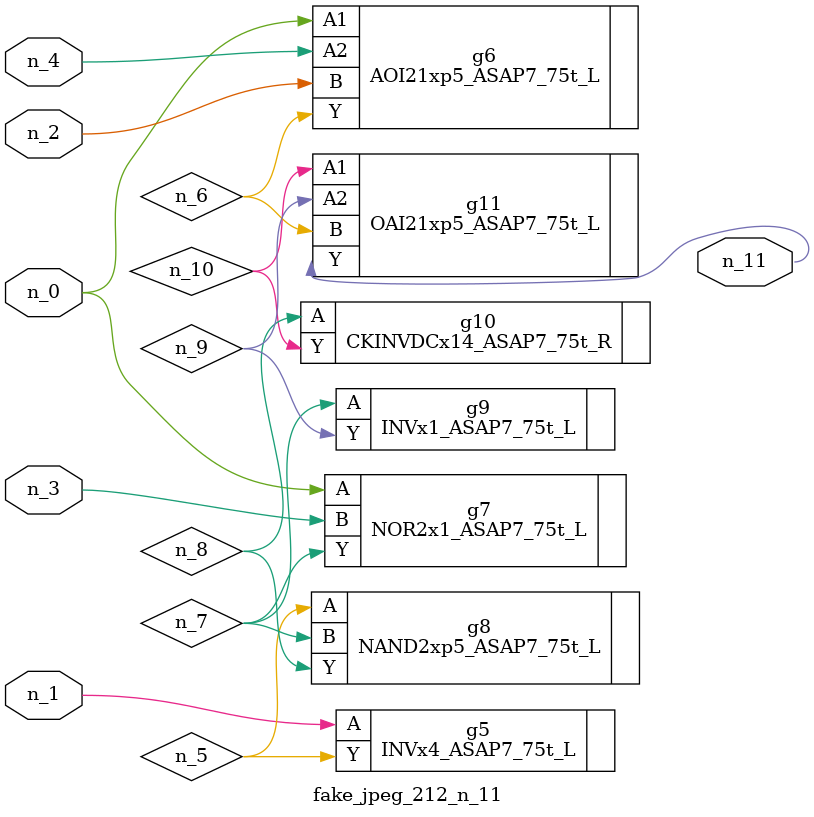
<source format=v>
module fake_jpeg_212_n_11 (n_3, n_2, n_1, n_0, n_4, n_11);

input n_3;
input n_2;
input n_1;
input n_0;
input n_4;

output n_11;

wire n_10;
wire n_8;
wire n_9;
wire n_6;
wire n_5;
wire n_7;

INVx4_ASAP7_75t_L g5 ( 
.A(n_1),
.Y(n_5)
);

AOI21xp5_ASAP7_75t_L g6 ( 
.A1(n_0),
.A2(n_4),
.B(n_2),
.Y(n_6)
);

NOR2x1_ASAP7_75t_L g7 ( 
.A(n_0),
.B(n_3),
.Y(n_7)
);

NAND2xp5_ASAP7_75t_L g8 ( 
.A(n_5),
.B(n_7),
.Y(n_8)
);

CKINVDCx14_ASAP7_75t_R g10 ( 
.A(n_8),
.Y(n_10)
);

INVx1_ASAP7_75t_L g9 ( 
.A(n_7),
.Y(n_9)
);

OAI21xp5_ASAP7_75t_L g11 ( 
.A1(n_10),
.A2(n_9),
.B(n_6),
.Y(n_11)
);


endmodule
</source>
